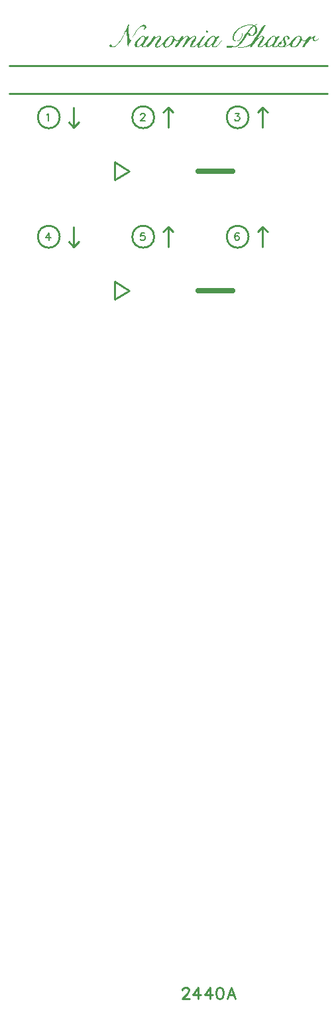
<source format=gto>
G04 Layer: TopSilkscreenLayer*
G04 EasyEDA v6.5.29, 2023-07-18 11:26:45*
G04 f5dd1875718348fc98e1e87d03b919b8,5a6b42c53f6a479593ecc07194224c93,10*
G04 Gerber Generator version 0.2*
G04 Scale: 100 percent, Rotated: No, Reflected: No *
G04 Dimensions in millimeters *
G04 leading zeros omitted , absolute positions ,4 integer and 5 decimal *
%FSLAX45Y45*%
%MOMM*%

%ADD10C,0.2540*%
%ADD11C,0.2032*%
%ADD12C,0.6450*%

%LPD*%
G36*
X3172206Y12706502D02*
G01*
X3165449Y12706146D01*
X3156000Y12703911D01*
X3138322Y12697409D01*
X3132023Y12696240D01*
X3126079Y12696494D01*
X3115818Y12699542D01*
X3111144Y12700660D01*
X3106013Y12701524D01*
X3100425Y12702184D01*
X3088233Y12702692D01*
X3074873Y12702286D01*
X3060598Y12701016D01*
X3045764Y12698831D01*
X3030677Y12695885D01*
X3015538Y12692126D01*
X3000806Y12687604D01*
X2986633Y12682372D01*
X2973120Y12676428D01*
X2960116Y12669926D01*
X2947720Y12662814D01*
X2935884Y12655194D01*
X2924708Y12647168D01*
X2914192Y12638735D01*
X2904439Y12629946D01*
X2895447Y12620904D01*
X2891231Y12616332D01*
X2883458Y12606934D01*
X2876550Y12597434D01*
X2870555Y12587884D01*
X2865526Y12578283D01*
X2861462Y12568682D01*
X2858465Y12559182D01*
X2857347Y12554508D01*
X2855976Y12545263D01*
X2855671Y12540691D01*
X2855722Y12536220D01*
X2856026Y12531801D01*
X2856636Y12527483D01*
X2857550Y12523216D01*
X2858770Y12519050D01*
X2860294Y12514986D01*
X2862122Y12511074D01*
X2864866Y12506452D01*
X2868015Y12502337D01*
X2871520Y12498781D01*
X2875381Y12495682D01*
X2879547Y12493142D01*
X2883966Y12491059D01*
X2888640Y12489434D01*
X2893466Y12488316D01*
X2898495Y12487706D01*
X2903677Y12487503D01*
X2908909Y12487808D01*
X2914243Y12488570D01*
X2919577Y12489738D01*
X2924962Y12491415D01*
X2930245Y12493447D01*
X2935478Y12495987D01*
X2940558Y12498882D01*
X2945536Y12502235D01*
X2950362Y12505994D01*
X2954934Y12510160D01*
X2959252Y12514732D01*
X2963316Y12519660D01*
X2967075Y12525044D01*
X2970428Y12530734D01*
X2973730Y12537338D01*
X2976727Y12544298D01*
X2979369Y12551460D01*
X2981655Y12558623D01*
X2983534Y12565634D01*
X2984957Y12572238D01*
X2985871Y12578232D01*
X2986328Y12583414D01*
X2986176Y12587681D01*
X2985465Y12590678D01*
X2984144Y12592354D01*
X2982112Y12592405D01*
X2979470Y12590018D01*
X2977083Y12584887D01*
X2975152Y12577419D01*
X2973019Y12562433D01*
X2971901Y12556845D01*
X2970428Y12551410D01*
X2968599Y12546126D01*
X2966466Y12540996D01*
X2964027Y12536068D01*
X2961284Y12531293D01*
X2958287Y12526721D01*
X2954985Y12522403D01*
X2951429Y12518339D01*
X2947619Y12514529D01*
X2943555Y12511024D01*
X2939288Y12507772D01*
X2934817Y12504877D01*
X2930093Y12502286D01*
X2925216Y12500051D01*
X2914294Y12495885D01*
X2906522Y12494209D01*
X2899968Y12494869D01*
X2892653Y12497816D01*
X2888437Y12500203D01*
X2884678Y12503099D01*
X2881477Y12506502D01*
X2878734Y12510312D01*
X2876550Y12514630D01*
X2874822Y12519355D01*
X2873654Y12524536D01*
X2872943Y12530175D01*
X2872790Y12536170D01*
X2873197Y12542570D01*
X2874060Y12549327D01*
X2875483Y12556490D01*
X2878226Y12566243D01*
X2881731Y12575794D01*
X2885998Y12585090D01*
X2891078Y12594132D01*
X2896870Y12602972D01*
X2903474Y12611506D01*
X2910738Y12619736D01*
X2918764Y12627711D01*
X2927502Y12635331D01*
X2936951Y12642646D01*
X2947060Y12649657D01*
X2957830Y12656312D01*
X2969260Y12662611D01*
X2981350Y12668504D01*
X2994050Y12674041D01*
X3007360Y12679222D01*
X3019602Y12683083D01*
X3033115Y12686487D01*
X3047288Y12689332D01*
X3061512Y12691465D01*
X3075228Y12692888D01*
X3081680Y12693345D01*
X3093466Y12693497D01*
X3098596Y12693243D01*
X3103168Y12692735D01*
X3107029Y12691973D01*
X3118815Y12689027D01*
X3098952Y12674600D01*
X3093161Y12669977D01*
X3087319Y12664897D01*
X3081375Y12659258D01*
X3075279Y12652959D01*
X3068929Y12645898D01*
X3062274Y12638024D01*
X3047746Y12619431D01*
X3030982Y12596368D01*
X3011525Y12568123D01*
X2990443Y12536576D01*
X2972765Y12510871D01*
X2955544Y12486894D01*
X2939999Y12466269D01*
X2927400Y12450673D01*
X2922574Y12445339D01*
X2913481Y12436551D01*
X2907792Y12431471D01*
X2903067Y12427813D01*
X2898851Y12425426D01*
X2894736Y12424156D01*
X2890215Y12423749D01*
X2884932Y12424003D01*
X2845003Y12428067D01*
X2820619Y12429998D01*
X2800350Y12431217D01*
X2793593Y12431318D01*
X2788615Y12430963D01*
X2785110Y12430201D01*
X2782722Y12428931D01*
X2781096Y12427102D01*
X2779979Y12424714D01*
X2778912Y12421057D01*
X2778709Y12417806D01*
X2779471Y12415012D01*
X2781249Y12412675D01*
X2783941Y12410694D01*
X2787700Y12409170D01*
X2792577Y12408001D01*
X2798521Y12407188D01*
X2805582Y12406782D01*
X2813862Y12406680D01*
X2834132Y12407595D01*
X2867914Y12409678D01*
X2880360Y12410186D01*
X2891332Y12410389D01*
X2901696Y12410186D01*
X2912567Y12409678D01*
X2939846Y12407544D01*
X2953969Y12406731D01*
X2968040Y12406680D01*
X2981909Y12407442D01*
X2995472Y12408865D01*
X3008782Y12411049D01*
X3021584Y12413894D01*
X3033928Y12417399D01*
X3045663Y12421565D01*
X3056737Y12426340D01*
X3066999Y12431725D01*
X3076448Y12437719D01*
X3087928Y12446660D01*
X3089859Y12447828D01*
X3090672Y12447727D01*
X3090418Y12446304D01*
X3088995Y12443460D01*
X3082645Y12433503D01*
X3069386Y12414250D01*
X3084169Y12414250D01*
X3088792Y12414453D01*
X3092754Y12415113D01*
X3096361Y12416586D01*
X3099968Y12419126D01*
X3103778Y12422936D01*
X3108147Y12428321D01*
X3113430Y12435484D01*
X3124403Y12451334D01*
X3133750Y12464135D01*
X3143300Y12476429D01*
X3152952Y12488062D01*
X3162604Y12498933D01*
X3172104Y12508941D01*
X3181400Y12518085D01*
X3190341Y12526213D01*
X3198926Y12533223D01*
X3206953Y12539014D01*
X3214370Y12543536D01*
X3221075Y12546685D01*
X3224123Y12547701D01*
X3226968Y12548362D01*
X3229559Y12548616D01*
X3231946Y12548514D01*
X3234029Y12547955D01*
X3237433Y12545974D01*
X3239363Y12543231D01*
X3239871Y12539573D01*
X3238804Y12534950D01*
X3236264Y12529210D01*
X3232099Y12522250D01*
X3226358Y12514021D01*
X3212134Y12495631D01*
X3200501Y12480086D01*
X3191662Y12467031D01*
X3185312Y12456058D01*
X3183026Y12451232D01*
X3181299Y12446762D01*
X3180080Y12442698D01*
X3179419Y12438888D01*
X3179165Y12435332D01*
X3179572Y12429794D01*
X3180689Y12424968D01*
X3182518Y12420854D01*
X3185058Y12417399D01*
X3188157Y12414656D01*
X3191865Y12412624D01*
X3196082Y12411303D01*
X3200806Y12410643D01*
X3205937Y12410694D01*
X3211474Y12411506D01*
X3217367Y12412980D01*
X3223564Y12415164D01*
X3229965Y12418110D01*
X3236620Y12421717D01*
X3243427Y12426086D01*
X3250387Y12431166D01*
X3273044Y12448844D01*
X3276295Y12433909D01*
X3303371Y12433909D01*
X3303422Y12439700D01*
X3304235Y12446711D01*
X3305708Y12454585D01*
X3307740Y12462916D01*
X3310229Y12471247D01*
X3313125Y12479223D01*
X3316325Y12486436D01*
X3319170Y12491669D01*
X3322624Y12497155D01*
X3326485Y12502743D01*
X3330701Y12508331D01*
X3335223Y12513818D01*
X3344824Y12524232D01*
X3349701Y12528956D01*
X3359200Y12536932D01*
X3363671Y12539980D01*
X3367836Y12542316D01*
X3377641Y12546990D01*
X3383991Y12549073D01*
X3389020Y12548920D01*
X3394964Y12546990D01*
X3397758Y12544907D01*
X3399840Y12541250D01*
X3401161Y12536271D01*
X3401771Y12530378D01*
X3401618Y12523774D01*
X3400755Y12516764D01*
X3399078Y12509703D01*
X3396640Y12502896D01*
X3393846Y12496850D01*
X3390646Y12490805D01*
X3387090Y12484811D01*
X3383229Y12478918D01*
X3379114Y12473178D01*
X3370224Y12462103D01*
X3360724Y12451943D01*
X3355898Y12447270D01*
X3346145Y12438938D01*
X3341319Y12435281D01*
X3336645Y12432080D01*
X3332073Y12429286D01*
X3327704Y12427000D01*
X3323539Y12425222D01*
X3319627Y12424003D01*
X3316071Y12423343D01*
X3312820Y12423292D01*
X3309975Y12423851D01*
X3307537Y12425121D01*
X3305556Y12427102D01*
X3304133Y12429794D01*
X3303371Y12433909D01*
X3276295Y12433909D01*
X3277260Y12430404D01*
X3279292Y12424918D01*
X3281629Y12420041D01*
X3283915Y12416485D01*
X3286353Y12414097D01*
X3289300Y12412319D01*
X3292652Y12410998D01*
X3296412Y12410236D01*
X3300526Y12409982D01*
X3304946Y12410236D01*
X3309620Y12410948D01*
X3314547Y12412116D01*
X3319678Y12413792D01*
X3324910Y12415875D01*
X3330244Y12418364D01*
X3335629Y12421311D01*
X3341014Y12424664D01*
X3346399Y12428423D01*
X3351682Y12432538D01*
X3366363Y12445847D01*
X3363925Y12436449D01*
X3363468Y12431877D01*
X3364331Y12427153D01*
X3366414Y12422479D01*
X3369665Y12418060D01*
X3372612Y12415367D01*
X3376117Y12413335D01*
X3380079Y12411862D01*
X3384448Y12411049D01*
X3389122Y12410795D01*
X3394100Y12411100D01*
X3399231Y12412014D01*
X3404565Y12413488D01*
X3409899Y12415520D01*
X3415334Y12418060D01*
X3420668Y12421209D01*
X3434283Y12431014D01*
X3439312Y12433452D01*
X3442411Y12432385D01*
X3447440Y12424562D01*
X3450234Y12421463D01*
X3453536Y12418771D01*
X3457346Y12416434D01*
X3461562Y12414504D01*
X3466236Y12412878D01*
X3471214Y12411659D01*
X3476548Y12410795D01*
X3482187Y12410287D01*
X3488029Y12410135D01*
X3494125Y12410338D01*
X3500374Y12410897D01*
X3506774Y12411760D01*
X3513277Y12412980D01*
X3519881Y12414504D01*
X3526485Y12416383D01*
X3533038Y12418568D01*
X3539591Y12421108D01*
X3546043Y12423952D01*
X3552393Y12427051D01*
X3558590Y12430506D01*
X3564534Y12434265D01*
X3570274Y12438278D01*
X3575761Y12442647D01*
X3589223Y12453975D01*
X3593661Y12437414D01*
X3616502Y12437414D01*
X3616706Y12441326D01*
X3617366Y12445593D01*
X3618382Y12450165D01*
X3619804Y12455042D01*
X3623767Y12465405D01*
X3628948Y12476378D01*
X3635248Y12487605D01*
X3642410Y12498781D01*
X3650335Y12509601D01*
X3658819Y12519710D01*
X3667658Y12528804D01*
X3672179Y12532868D01*
X3676700Y12536525D01*
X3681222Y12539827D01*
X3691128Y12545923D01*
X3698544Y12548920D01*
X3704539Y12548920D01*
X3710228Y12546279D01*
X3713022Y12543942D01*
X3715156Y12541097D01*
X3716578Y12537643D01*
X3717290Y12533579D01*
X3717290Y12528753D01*
X3716629Y12523114D01*
X3715308Y12516612D01*
X3713276Y12509093D01*
X3711194Y12502540D01*
X3708857Y12496139D01*
X3703370Y12483693D01*
X3697020Y12471908D01*
X3689959Y12460935D01*
X3682339Y12450927D01*
X3678428Y12446304D01*
X3670350Y12437973D01*
X3666286Y12434316D01*
X3662222Y12431014D01*
X3658158Y12428067D01*
X3654145Y12425527D01*
X3650183Y12423343D01*
X3646271Y12421616D01*
X3642512Y12420346D01*
X3638854Y12419533D01*
X3635349Y12419177D01*
X3632047Y12419330D01*
X3628898Y12419990D01*
X3626002Y12421158D01*
X3623310Y12422936D01*
X3620871Y12425222D01*
X3618687Y12428169D01*
X3617468Y12430760D01*
X3616756Y12433858D01*
X3616502Y12437414D01*
X3593661Y12437414D01*
X3596436Y12429185D01*
X3599738Y12422632D01*
X3603396Y12417450D01*
X3607003Y12414351D01*
X3610660Y12412675D01*
X3614775Y12411456D01*
X3619296Y12410592D01*
X3624122Y12410135D01*
X3629202Y12410084D01*
X3634486Y12410338D01*
X3639921Y12410998D01*
X3645458Y12412065D01*
X3651046Y12413437D01*
X3656584Y12415164D01*
X3662019Y12417247D01*
X3667302Y12419685D01*
X3671671Y12422124D01*
X3676294Y12425121D01*
X3686200Y12432639D01*
X3696411Y12441732D01*
X3706469Y12451842D01*
X3715867Y12462306D01*
X3723995Y12472720D01*
X3727450Y12477648D01*
X3730345Y12482372D01*
X3732733Y12486792D01*
X3734409Y12490754D01*
X3739337Y12504318D01*
X3755542Y12496241D01*
X3764026Y12492532D01*
X3770884Y12490805D01*
X3777132Y12490907D01*
X3783634Y12492736D01*
X3789172Y12494615D01*
X3792270Y12495123D01*
X3793185Y12494158D01*
X3792169Y12491770D01*
X3742740Y12414250D01*
X3760114Y12414250D01*
X3766820Y12414605D01*
X3772357Y12415621D01*
X3776116Y12417044D01*
X3777487Y12418822D01*
X3777843Y12421057D01*
X3778859Y12423902D01*
X3780485Y12427356D01*
X3785463Y12435738D01*
X3792270Y12445746D01*
X3800601Y12456820D01*
X3810050Y12468606D01*
X3820160Y12480493D01*
X3830523Y12492177D01*
X3840835Y12503048D01*
X3850589Y12512700D01*
X3859479Y12520625D01*
X3866997Y12526416D01*
X3870147Y12528346D01*
X3874160Y12530023D01*
X3876497Y12529515D01*
X3877665Y12526416D01*
X3878224Y12514783D01*
X3878884Y12510160D01*
X3880104Y12506198D01*
X3881932Y12502845D01*
X3884422Y12500000D01*
X3887774Y12497460D01*
X3891991Y12495174D01*
X3897122Y12493040D01*
X3904183Y12491008D01*
X3910837Y12490907D01*
X3918458Y12492990D01*
X3928364Y12497358D01*
X3935323Y12500965D01*
X3941470Y12504572D01*
X3946651Y12508128D01*
X3950766Y12511532D01*
X3953814Y12514681D01*
X3955592Y12517526D01*
X3956100Y12519964D01*
X3955135Y12521895D01*
X3953052Y12521996D01*
X3949293Y12520371D01*
X3944416Y12517323D01*
X3932631Y12508534D01*
X3926027Y12505080D01*
X3919524Y12502794D01*
X3913327Y12501626D01*
X3907891Y12501676D01*
X3903522Y12502896D01*
X3900525Y12505436D01*
X3899255Y12509246D01*
X3899154Y12519355D01*
X3900373Y12528194D01*
X3902862Y12535966D01*
X3906723Y12542875D01*
X3909669Y12547396D01*
X3911650Y12551156D01*
X3912666Y12554153D01*
X3912768Y12556490D01*
X3912057Y12558064D01*
X3910584Y12558928D01*
X3908348Y12559080D01*
X3905351Y12558623D01*
X3901744Y12557404D01*
X3897477Y12555575D01*
X3892702Y12553086D01*
X3887368Y12549987D01*
X3881526Y12546228D01*
X3875278Y12541859D01*
X3861612Y12531344D01*
X3828542Y12504318D01*
X3860596Y12551816D01*
X3846677Y12553238D01*
X3840429Y12553442D01*
X3835349Y12552629D01*
X3831539Y12550800D01*
X3829050Y12548006D01*
X3825189Y12541453D01*
X3821277Y12535408D01*
X3817264Y12529769D01*
X3813149Y12524638D01*
X3809034Y12519964D01*
X3804869Y12515748D01*
X3800652Y12512040D01*
X3796487Y12508788D01*
X3792321Y12505994D01*
X3788206Y12503708D01*
X3784092Y12501930D01*
X3780078Y12500660D01*
X3776167Y12499898D01*
X3772306Y12499594D01*
X3768598Y12499848D01*
X3765042Y12500559D01*
X3761638Y12501829D01*
X3758387Y12503658D01*
X3755339Y12505994D01*
X3752443Y12508839D01*
X3749801Y12512243D01*
X3747414Y12516154D01*
X3745280Y12520625D01*
X3740404Y12534087D01*
X3737305Y12540792D01*
X3733850Y12546076D01*
X3729888Y12549936D01*
X3725214Y12552680D01*
X3719525Y12554458D01*
X3712667Y12555372D01*
X3704386Y12555575D01*
X3699001Y12555372D01*
X3693617Y12554813D01*
X3688232Y12553848D01*
X3682847Y12552527D01*
X3677513Y12550800D01*
X3672230Y12548717D01*
X3666947Y12546279D01*
X3661664Y12543485D01*
X3656431Y12540284D01*
X3651250Y12536728D01*
X3646068Y12532817D01*
X3640937Y12528550D01*
X3635857Y12523927D01*
X3630828Y12518948D01*
X3620820Y12507874D01*
X3611016Y12495377D01*
X3597859Y12476429D01*
X3593693Y12471247D01*
X3588969Y12466066D01*
X3583838Y12460884D01*
X3578250Y12455753D01*
X3572357Y12450775D01*
X3559810Y12441529D01*
X3545636Y12432334D01*
X3535527Y12426442D01*
X3531971Y12424765D01*
X3529329Y12423902D01*
X3527653Y12423851D01*
X3526891Y12424613D01*
X3527044Y12426188D01*
X3528060Y12428524D01*
X3529888Y12431725D01*
X3536340Y12441529D01*
X3538982Y12447320D01*
X3540607Y12453264D01*
X3541166Y12459411D01*
X3540658Y12466116D01*
X3539134Y12473381D01*
X3536543Y12481560D01*
X3530092Y12497714D01*
X3527806Y12504420D01*
X3526078Y12510668D01*
X3524859Y12516510D01*
X3524250Y12521895D01*
X3524148Y12526873D01*
X3524554Y12531344D01*
X3525570Y12535306D01*
X3527094Y12538811D01*
X3529177Y12541758D01*
X3531768Y12544145D01*
X3534968Y12546025D01*
X3540506Y12547904D01*
X3545484Y12548362D01*
X3549802Y12547447D01*
X3553307Y12545212D01*
X3555949Y12541808D01*
X3557574Y12537236D01*
X3558235Y12531648D01*
X3556609Y12514783D01*
X3558032Y12509449D01*
X3562400Y12508484D01*
X3570376Y12511278D01*
X3575304Y12514173D01*
X3579012Y12517678D01*
X3581603Y12521692D01*
X3583076Y12526060D01*
X3583482Y12530632D01*
X3582873Y12535204D01*
X3581247Y12539726D01*
X3578656Y12543942D01*
X3575151Y12547803D01*
X3570732Y12551105D01*
X3565448Y12553696D01*
X3559403Y12555474D01*
X3552291Y12556540D01*
X3545433Y12556794D01*
X3538778Y12556337D01*
X3532428Y12555220D01*
X3526434Y12553391D01*
X3520897Y12550902D01*
X3515766Y12547854D01*
X3511245Y12544196D01*
X3507282Y12539980D01*
X3503980Y12535306D01*
X3501390Y12530074D01*
X3497224Y12517678D01*
X3493465Y12510363D01*
X3488740Y12502946D01*
X3483356Y12495834D01*
X3477717Y12489484D01*
X3472179Y12484404D01*
X3467150Y12481001D01*
X3462985Y12479782D01*
X3459175Y12478918D01*
X3454958Y12476530D01*
X3450590Y12473025D01*
X3446424Y12468656D01*
X3442614Y12463780D01*
X3439617Y12458700D01*
X3437534Y12453823D01*
X3436823Y12449403D01*
X3435807Y12445644D01*
X3433064Y12441377D01*
X3431388Y12439599D01*
X3452368Y12439599D01*
X3452825Y12446762D01*
X3456025Y12451384D01*
X3461410Y12451740D01*
X3468979Y12450572D01*
X3475075Y12453061D01*
X3479037Y12458750D01*
X3480511Y12467285D01*
X3481273Y12473330D01*
X3483356Y12480239D01*
X3486505Y12487198D01*
X3490315Y12493396D01*
X3500120Y12506655D01*
X3506165Y12492126D01*
X3508654Y12485116D01*
X3511042Y12476734D01*
X3512972Y12468047D01*
X3514242Y12460122D01*
X3514750Y12451130D01*
X3513836Y12443815D01*
X3511245Y12437262D01*
X3506825Y12430607D01*
X3503269Y12426899D01*
X3499205Y12423851D01*
X3494786Y12421514D01*
X3490061Y12419888D01*
X3485134Y12418974D01*
X3480155Y12418720D01*
X3475177Y12419177D01*
X3470452Y12420346D01*
X3465931Y12422174D01*
X3461816Y12424714D01*
X3458210Y12427915D01*
X3455212Y12431826D01*
X3452368Y12439599D01*
X3431388Y12439599D01*
X3428898Y12436957D01*
X3423615Y12432588D01*
X3417468Y12428474D01*
X3410915Y12424867D01*
X3404158Y12422022D01*
X3397554Y12420142D01*
X3391001Y12419177D01*
X3386988Y12419584D01*
X3384956Y12421565D01*
X3384397Y12425375D01*
X3384651Y12427610D01*
X3385362Y12430455D01*
X3388207Y12437821D01*
X3392728Y12447270D01*
X3398774Y12458496D01*
X3406190Y12471146D01*
X3414877Y12485065D01*
X3424580Y12499898D01*
X3444290Y12528550D01*
X3451758Y12539726D01*
X3456787Y12547752D01*
X3458667Y12551410D01*
X3457448Y12552426D01*
X3454247Y12553238D01*
X3449472Y12553797D01*
X3443681Y12554000D01*
X3436365Y12553543D01*
X3431286Y12552019D01*
X3427882Y12549225D01*
X3425799Y12544907D01*
X3423970Y12539776D01*
X3422040Y12538049D01*
X3418941Y12539573D01*
X3408426Y12548616D01*
X3403346Y12551918D01*
X3398164Y12554356D01*
X3392779Y12555931D01*
X3387140Y12556642D01*
X3381044Y12556591D01*
X3374491Y12555728D01*
X3367379Y12554102D01*
X3363214Y12552730D01*
X3358642Y12550648D01*
X3353765Y12548006D01*
X3348583Y12544806D01*
X3337763Y12537084D01*
X3332226Y12532664D01*
X3321202Y12522911D01*
X3310686Y12512446D01*
X3301187Y12501626D01*
X3296970Y12496241D01*
X3293262Y12490958D01*
X3286353Y12480036D01*
X3282289Y12474244D01*
X3277920Y12468555D01*
X3273196Y12463018D01*
X3268217Y12457582D01*
X3257753Y12447422D01*
X3252368Y12442748D01*
X3246932Y12438380D01*
X3241497Y12434366D01*
X3236163Y12430760D01*
X3230930Y12427559D01*
X3225901Y12424867D01*
X3221126Y12422632D01*
X3216605Y12420955D01*
X3212388Y12419888D01*
X3208629Y12419380D01*
X3205276Y12419584D01*
X3202432Y12420447D01*
X3200146Y12422073D01*
X3198977Y12423495D01*
X3198215Y12425019D01*
X3197961Y12426848D01*
X3198266Y12429032D01*
X3199130Y12431674D01*
X3202940Y12438888D01*
X3209899Y12449352D01*
X3220415Y12464034D01*
X3234182Y12482728D01*
X3245358Y12498628D01*
X3249676Y12505232D01*
X3253130Y12511024D01*
X3255873Y12516154D01*
X3257905Y12520726D01*
X3259277Y12524892D01*
X3260090Y12528651D01*
X3260344Y12532207D01*
X3260140Y12535611D01*
X3259480Y12539014D01*
X3257905Y12543536D01*
X3255619Y12547396D01*
X3252774Y12550546D01*
X3249320Y12552984D01*
X3245307Y12554813D01*
X3240836Y12555880D01*
X3235960Y12556337D01*
X3230727Y12556134D01*
X3225139Y12555270D01*
X3219246Y12553696D01*
X3213150Y12551562D01*
X3206902Y12548717D01*
X3200501Y12545263D01*
X3194050Y12541148D01*
X3187547Y12536424D01*
X3173984Y12525146D01*
X3171240Y12523419D01*
X3170580Y12523368D01*
X3170326Y12523876D01*
X3170580Y12524994D01*
X3172612Y12529261D01*
X3176930Y12536474D01*
X3192830Y12561011D01*
X3243021Y12635636D01*
X3274872Y12683896D01*
X3279597Y12691719D01*
X3278479Y12692481D01*
X3275431Y12693142D01*
X3270910Y12693548D01*
X3265424Y12693700D01*
X3261055Y12693548D01*
X3257296Y12692837D01*
X3253943Y12691465D01*
X3250692Y12689128D01*
X3247288Y12685725D01*
X3243529Y12680899D01*
X3239109Y12674549D01*
X3185109Y12591186D01*
X3162909Y12557252D01*
X3138322Y12520168D01*
X3128772Y12506198D01*
X3120542Y12494717D01*
X3113278Y12485268D01*
X3106724Y12477445D01*
X3100425Y12470841D01*
X3094177Y12464999D01*
X3087522Y12459512D01*
X3073857Y12449505D01*
X3060090Y12440767D01*
X3046222Y12432995D01*
X3039719Y12429744D01*
X3033877Y12427102D01*
X3028797Y12425172D01*
X3017774Y12422225D01*
X3003905Y12419634D01*
X2988157Y12417501D01*
X2971698Y12415824D01*
X2955493Y12414758D01*
X2940659Y12414402D01*
X2928213Y12414808D01*
X2923184Y12415316D01*
X2919222Y12416078D01*
X2907334Y12419025D01*
X2930042Y12433604D01*
X2937256Y12438684D01*
X2944368Y12444171D01*
X2951429Y12450114D01*
X2958439Y12456515D01*
X2965450Y12463526D01*
X2972511Y12471095D01*
X2979674Y12479274D01*
X2986887Y12488113D01*
X2994304Y12497714D01*
X3001873Y12508026D01*
X3009646Y12519152D01*
X3026003Y12543993D01*
X3043631Y12572492D01*
X3052622Y12587427D01*
X3061360Y12601397D01*
X3070047Y12614605D01*
X3078632Y12627000D01*
X3086963Y12638430D01*
X3094939Y12648641D01*
X3102457Y12657632D01*
X3109417Y12665202D01*
X3115665Y12671196D01*
X3121152Y12675463D01*
X3123539Y12676936D01*
X3128518Y12679019D01*
X3132480Y12679070D01*
X3136239Y12676835D01*
X3140659Y12672009D01*
X3143148Y12668300D01*
X3145078Y12664084D01*
X3146450Y12659410D01*
X3147364Y12654330D01*
X3147720Y12648946D01*
X3147618Y12643307D01*
X3147110Y12637465D01*
X3146145Y12631420D01*
X3144824Y12625324D01*
X3143148Y12619177D01*
X3141065Y12613081D01*
X3138728Y12607036D01*
X3136036Y12601143D01*
X3133140Y12595453D01*
X3129940Y12590018D01*
X3126587Y12584938D01*
X3122980Y12580213D01*
X3119221Y12575946D01*
X3115310Y12572136D01*
X3111296Y12568936D01*
X3107232Y12566294D01*
X3103016Y12564364D01*
X3098800Y12563144D01*
X3094583Y12562738D01*
X3088589Y12563195D01*
X3085084Y12565075D01*
X3083458Y12569088D01*
X3082645Y12581178D01*
X3081375Y12585446D01*
X3079496Y12588798D01*
X3076956Y12591135D01*
X3074009Y12592405D01*
X3070656Y12592507D01*
X3067100Y12591338D01*
X3063341Y12588900D01*
X3060242Y12585649D01*
X3058210Y12582093D01*
X3057245Y12578334D01*
X3057296Y12574473D01*
X3058464Y12570612D01*
X3060598Y12566853D01*
X3063748Y12563297D01*
X3067913Y12560096D01*
X3072231Y12557709D01*
X3077006Y12556032D01*
X3082188Y12555016D01*
X3087674Y12554610D01*
X3093466Y12554762D01*
X3099409Y12555575D01*
X3105556Y12556896D01*
X3111804Y12558776D01*
X3118053Y12561163D01*
X3124301Y12564110D01*
X3130448Y12567462D01*
X3136493Y12571323D01*
X3142284Y12575641D01*
X3147872Y12580366D01*
X3153156Y12585496D01*
X3158032Y12591034D01*
X3161538Y12595809D01*
X3164586Y12600940D01*
X3167075Y12606375D01*
X3169107Y12612065D01*
X3170580Y12617907D01*
X3171596Y12623901D01*
X3172104Y12629997D01*
X3172155Y12636093D01*
X3171698Y12642189D01*
X3170732Y12648133D01*
X3169259Y12654026D01*
X3167329Y12659664D01*
X3164941Y12665049D01*
X3162046Y12670129D01*
X3158642Y12674854D01*
X3154781Y12679172D01*
X3144164Y12689840D01*
X3159455Y12696190D01*
X3165398Y12698882D01*
X3170275Y12701371D01*
X3173577Y12703403D01*
X3174796Y12704724D01*
G37*
G36*
X1530908Y12702489D02*
G01*
X1528267Y12702082D01*
X1525473Y12700863D01*
X1522780Y12699136D01*
X1520647Y12697053D01*
X1518666Y12694056D01*
X1516583Y12689992D01*
X1514602Y12685318D01*
X1509522Y12671196D01*
X1501698Y12652959D01*
X1490980Y12629997D01*
X1478432Y12604394D01*
X1464970Y12578029D01*
X1451610Y12552934D01*
X1439316Y12531039D01*
X1431442Y12518034D01*
X1421536Y12502438D01*
X1411782Y12488214D01*
X1402283Y12475413D01*
X1392936Y12463932D01*
X1383792Y12453874D01*
X1374902Y12445187D01*
X1366164Y12437821D01*
X1357630Y12431877D01*
X1349298Y12427305D01*
X1345184Y12425527D01*
X1341120Y12424105D01*
X1337157Y12422987D01*
X1333195Y12422225D01*
X1329283Y12421819D01*
X1320342Y12421616D01*
X1315212Y12422682D01*
X1312926Y12425680D01*
X1311706Y12436144D01*
X1310132Y12440361D01*
X1307795Y12443764D01*
X1304899Y12446254D01*
X1301546Y12447778D01*
X1297940Y12448184D01*
X1294231Y12447320D01*
X1290675Y12445136D01*
X1287170Y12441529D01*
X1284986Y12437719D01*
X1284071Y12433808D01*
X1284224Y12429896D01*
X1285494Y12426035D01*
X1287729Y12422327D01*
X1290878Y12418974D01*
X1294892Y12415977D01*
X1299616Y12413437D01*
X1305052Y12411557D01*
X1311046Y12410338D01*
X1317599Y12409881D01*
X1324914Y12410287D01*
X1332280Y12411557D01*
X1339646Y12413640D01*
X1347114Y12416586D01*
X1354582Y12420346D01*
X1362151Y12424968D01*
X1369720Y12430455D01*
X1377391Y12436805D01*
X1385112Y12443968D01*
X1392885Y12452045D01*
X1400759Y12460935D01*
X1408684Y12470688D01*
X1416659Y12481306D01*
X1424736Y12492837D01*
X1432864Y12505182D01*
X1441043Y12518440D01*
X1449374Y12532563D01*
X1457706Y12547549D01*
X1466189Y12563449D01*
X1502003Y12634823D01*
X1502156Y12602260D01*
X1502918Y12589154D01*
X1504238Y12575590D01*
X1505966Y12563144D01*
X1507591Y12554102D01*
X1509014Y12543739D01*
X1510436Y12530277D01*
X1513078Y12497460D01*
X1514144Y12479782D01*
X1517396Y12407696D01*
X1538224Y12452299D01*
X1553870Y12484912D01*
X1571650Y12520472D01*
X1584706Y12545212D01*
X1596898Y12567056D01*
X1608429Y12586360D01*
X1619554Y12603378D01*
X1630476Y12618618D01*
X1641348Y12632283D01*
X1652422Y12644831D01*
X1658264Y12650927D01*
X1663954Y12656464D01*
X1669440Y12661341D01*
X1674774Y12665659D01*
X1679956Y12669418D01*
X1684985Y12672568D01*
X1689862Y12675209D01*
X1694637Y12677241D01*
X1699260Y12678714D01*
X1703832Y12679629D01*
X1708302Y12679984D01*
X1712722Y12679832D01*
X1720088Y12678664D01*
X1724660Y12676479D01*
X1727149Y12672517D01*
X1728419Y12666167D01*
X1728419Y12660579D01*
X1727352Y12654381D01*
X1725472Y12648336D01*
X1722882Y12643256D01*
X1720189Y12638735D01*
X1718970Y12635534D01*
X1719072Y12633604D01*
X1720443Y12633045D01*
X1723034Y12633756D01*
X1726793Y12635788D01*
X1731568Y12639090D01*
X1737360Y12643713D01*
X1742897Y12648742D01*
X1747266Y12653568D01*
X1750517Y12658242D01*
X1752650Y12662865D01*
X1753717Y12667488D01*
X1753717Y12672060D01*
X1752701Y12676784D01*
X1750618Y12681559D01*
X1748028Y12686182D01*
X1745437Y12689840D01*
X1742693Y12692684D01*
X1739646Y12694869D01*
X1736140Y12696393D01*
X1731975Y12697358D01*
X1727047Y12697866D01*
X1721104Y12698069D01*
X1714500Y12697663D01*
X1707692Y12696342D01*
X1700784Y12694158D01*
X1693722Y12691110D01*
X1686509Y12687147D01*
X1679244Y12682321D01*
X1671777Y12676632D01*
X1664258Y12670129D01*
X1656588Y12662712D01*
X1648815Y12654483D01*
X1640941Y12645339D01*
X1632966Y12635382D01*
X1624888Y12624612D01*
X1616710Y12612979D01*
X1608429Y12600533D01*
X1600098Y12587224D01*
X1591665Y12573101D01*
X1583131Y12558166D01*
X1574546Y12542418D01*
X1541424Y12478004D01*
X1541322Y12506706D01*
X1540865Y12516002D01*
X1538732Y12539268D01*
X1537208Y12551968D01*
X1533347Y12577978D01*
X1531315Y12593066D01*
X1529740Y12607950D01*
X1528572Y12622479D01*
X1527860Y12636347D01*
X1527606Y12649301D01*
X1527810Y12661138D01*
X1528419Y12671653D01*
X1529537Y12680594D01*
X1531061Y12687706D01*
X1534109Y12696393D01*
X1534668Y12700050D01*
X1533601Y12701930D01*
G37*
G36*
X2524302Y12628067D02*
G01*
X2518410Y12625527D01*
X2515616Y12619380D01*
X2515514Y12611252D01*
X2517749Y12603632D01*
X2521915Y12599212D01*
X2528976Y12598958D01*
X2535326Y12602667D01*
X2539695Y12609068D01*
X2540660Y12616942D01*
X2537510Y12622987D01*
X2531364Y12626949D01*
G37*
G36*
X1712518Y12557607D02*
G01*
X1705559Y12557150D01*
X1696466Y12555220D01*
X1692960Y12554153D01*
X1689100Y12552426D01*
X1684934Y12550190D01*
X1675739Y12544196D01*
X1665833Y12536576D01*
X1655724Y12527737D01*
X1645818Y12518034D01*
X1636572Y12507874D01*
X1628444Y12497663D01*
X1619859Y12484912D01*
X1615846Y12478156D01*
X1612696Y12472212D01*
X1610360Y12466777D01*
X1608683Y12461595D01*
X1607616Y12456312D01*
X1607058Y12450775D01*
X1606960Y12443358D01*
X1633118Y12443358D01*
X1633372Y12448184D01*
X1634185Y12453366D01*
X1635506Y12458750D01*
X1637283Y12464389D01*
X1639468Y12470180D01*
X1642059Y12476124D01*
X1645005Y12482118D01*
X1648256Y12488113D01*
X1655622Y12499949D01*
X1659686Y12505740D01*
X1668322Y12516662D01*
X1677517Y12526416D01*
X1682191Y12530785D01*
X1686864Y12534696D01*
X1691589Y12538151D01*
X1696212Y12541097D01*
X1700834Y12543434D01*
X1711502Y12547701D01*
X1718919Y12549073D01*
X1724355Y12547600D01*
X1729181Y12543129D01*
X1730806Y12540589D01*
X1731873Y12537592D01*
X1732483Y12534138D01*
X1732534Y12530328D01*
X1732178Y12526162D01*
X1731365Y12521641D01*
X1730146Y12516916D01*
X1728520Y12511938D01*
X1724202Y12501473D01*
X1721612Y12496038D01*
X1715465Y12485014D01*
X1708404Y12474041D01*
X1700631Y12463373D01*
X1692249Y12453366D01*
X1683562Y12444374D01*
X1679143Y12440310D01*
X1674723Y12436602D01*
X1670304Y12433300D01*
X1665935Y12430455D01*
X1661617Y12428067D01*
X1657400Y12426238D01*
X1653286Y12424918D01*
X1648002Y12423851D01*
X1643684Y12423648D01*
X1640179Y12424359D01*
X1637436Y12425984D01*
X1635455Y12428626D01*
X1634134Y12432385D01*
X1633372Y12437262D01*
X1633118Y12443358D01*
X1606960Y12443358D01*
X1607312Y12435230D01*
X1608582Y12427407D01*
X1610817Y12421209D01*
X1614017Y12416485D01*
X1618284Y12413183D01*
X1623720Y12411252D01*
X1630324Y12410592D01*
X1638198Y12411151D01*
X1641906Y12411913D01*
X1646123Y12413132D01*
X1655419Y12416739D01*
X1664868Y12421565D01*
X1669338Y12424257D01*
X1673402Y12427051D01*
X1691944Y12440716D01*
X1695094Y12428931D01*
X1696821Y12424054D01*
X1699107Y12419838D01*
X1701952Y12416332D01*
X1705305Y12413589D01*
X1709115Y12411557D01*
X1713331Y12410287D01*
X1717954Y12409779D01*
X1722932Y12409982D01*
X1728266Y12410998D01*
X1733854Y12412776D01*
X1739646Y12415316D01*
X1745691Y12418618D01*
X1755800Y12424562D01*
X1761185Y12426848D01*
X1762709Y12425527D01*
X1761337Y12420803D01*
X1760829Y12417704D01*
X1762201Y12415672D01*
X1765706Y12414605D01*
X1771599Y12414250D01*
X1775409Y12414504D01*
X1778863Y12415316D01*
X1782114Y12416891D01*
X1785467Y12419431D01*
X1789023Y12423140D01*
X1793036Y12428169D01*
X1812036Y12455601D01*
X1821230Y12467894D01*
X1830679Y12479731D01*
X1840382Y12491059D01*
X1850136Y12501676D01*
X1859838Y12511481D01*
X1869338Y12520422D01*
X1878533Y12528296D01*
X1887220Y12535103D01*
X1895398Y12540589D01*
X1902866Y12544755D01*
X1906320Y12546279D01*
X1909521Y12547396D01*
X1912467Y12548158D01*
X1915210Y12548463D01*
X1917649Y12548362D01*
X1919782Y12547803D01*
X1921916Y12546634D01*
X1923389Y12545009D01*
X1924151Y12542875D01*
X1924202Y12540234D01*
X1923542Y12536982D01*
X1922119Y12533071D01*
X1919986Y12528600D01*
X1917090Y12523368D01*
X1913382Y12517475D01*
X1903577Y12503353D01*
X1891080Y12486487D01*
X1880463Y12471400D01*
X1872589Y12458801D01*
X1869643Y12453264D01*
X1867306Y12448235D01*
X1865579Y12443663D01*
X1864512Y12439446D01*
X1864004Y12435586D01*
X1864055Y12431979D01*
X1864664Y12428677D01*
X1865884Y12425578D01*
X1867611Y12422682D01*
X1869846Y12419838D01*
X1872589Y12417094D01*
X1875789Y12414504D01*
X1879244Y12412472D01*
X1882800Y12410897D01*
X1886610Y12409881D01*
X1890572Y12409373D01*
X1894738Y12409373D01*
X1899056Y12409881D01*
X1903526Y12410897D01*
X1908251Y12412472D01*
X1913077Y12414504D01*
X1918157Y12417094D01*
X1923389Y12420193D01*
X1928774Y12423800D01*
X1934362Y12427915D01*
X1954733Y12445136D01*
X1961794Y12450368D01*
X1966518Y12452959D01*
X1968246Y12452451D01*
X1968246Y12446508D01*
X1968754Y12440970D01*
X1969429Y12437414D01*
X1991868Y12437414D01*
X1992071Y12441326D01*
X1992680Y12445593D01*
X1993747Y12450165D01*
X1995170Y12455042D01*
X1996948Y12460122D01*
X1999081Y12465405D01*
X2004314Y12476378D01*
X2010613Y12487605D01*
X2017775Y12498781D01*
X2025700Y12509601D01*
X2034184Y12519710D01*
X2043023Y12528804D01*
X2047544Y12532868D01*
X2052066Y12536525D01*
X2056587Y12539827D01*
X2066493Y12545923D01*
X2073910Y12548920D01*
X2079955Y12548920D01*
X2085797Y12546279D01*
X2088083Y12544348D01*
X2089912Y12541859D01*
X2091232Y12538811D01*
X2092045Y12535306D01*
X2092452Y12531394D01*
X2092452Y12527026D01*
X2092045Y12522352D01*
X2090013Y12512090D01*
X2086559Y12501016D01*
X2081834Y12489434D01*
X2079040Y12483541D01*
X2072639Y12471857D01*
X2069134Y12466167D01*
X2065375Y12460579D01*
X2057298Y12450013D01*
X2053031Y12445136D01*
X2048611Y12440564D01*
X2044090Y12436398D01*
X2039416Y12432588D01*
X2031949Y12427407D01*
X2024837Y12423546D01*
X2018233Y12420955D01*
X2012086Y12419736D01*
X2006549Y12419838D01*
X2001672Y12421260D01*
X1997456Y12424054D01*
X1994052Y12428169D01*
X1992833Y12430760D01*
X1992122Y12433858D01*
X1991868Y12437414D01*
X1969429Y12437414D01*
X1971141Y12431217D01*
X1973021Y12426950D01*
X1975307Y12423190D01*
X1977999Y12419787D01*
X1981047Y12416891D01*
X1984502Y12414453D01*
X1988312Y12412472D01*
X1992477Y12410948D01*
X1996948Y12409932D01*
X2001723Y12409373D01*
X2006803Y12409322D01*
X2012188Y12409728D01*
X2017826Y12410694D01*
X2023719Y12412167D01*
X2029815Y12414148D01*
X2036165Y12416637D01*
X2042668Y12419685D01*
X2047036Y12422124D01*
X2051659Y12425121D01*
X2056536Y12428677D01*
X2066696Y12437059D01*
X2076907Y12446711D01*
X2086660Y12457074D01*
X2095500Y12467590D01*
X2102815Y12477699D01*
X2105710Y12482423D01*
X2108098Y12486843D01*
X2109825Y12490856D01*
X2114702Y12504420D01*
X2130145Y12496546D01*
X2137156Y12493548D01*
X2144166Y12491618D01*
X2150618Y12490805D01*
X2156002Y12491313D01*
X2159000Y12491872D01*
X2160879Y12491618D01*
X2161489Y12490196D01*
X2160778Y12487402D01*
X2158644Y12482931D01*
X2154885Y12476429D01*
X2132736Y12441529D01*
X2119782Y12420295D01*
X2117902Y12416485D01*
X2119020Y12415621D01*
X2122068Y12414961D01*
X2126589Y12414605D01*
X2132076Y12414504D01*
X2136444Y12414758D01*
X2140254Y12415570D01*
X2143760Y12417145D01*
X2147163Y12419787D01*
X2150821Y12423698D01*
X2154986Y12429134D01*
X2159965Y12436348D01*
X2170074Y12451943D01*
X2178659Y12464389D01*
X2187600Y12476378D01*
X2196744Y12487757D01*
X2206040Y12498527D01*
X2215286Y12508534D01*
X2224481Y12517628D01*
X2233371Y12525806D01*
X2241956Y12532868D01*
X2250084Y12538760D01*
X2257653Y12543332D01*
X2261158Y12545161D01*
X2264511Y12546584D01*
X2267661Y12547600D01*
X2270556Y12548260D01*
X2273249Y12548565D01*
X2275687Y12548412D01*
X2277922Y12547803D01*
X2279548Y12546990D01*
X2280869Y12545923D01*
X2281732Y12544552D01*
X2282190Y12542824D01*
X2282139Y12540640D01*
X2281631Y12537998D01*
X2280615Y12534798D01*
X2279040Y12530988D01*
X2274163Y12521387D01*
X2266848Y12508687D01*
X2256840Y12492380D01*
X2234844Y12457836D01*
X2219706Y12433655D01*
X2210816Y12418923D01*
X2209596Y12416434D01*
X2210714Y12415570D01*
X2213762Y12414910D01*
X2218283Y12414453D01*
X2223820Y12414351D01*
X2228189Y12414554D01*
X2231898Y12415215D01*
X2235250Y12416637D01*
X2238400Y12419025D01*
X2241651Y12422581D01*
X2245309Y12427610D01*
X2261870Y12454483D01*
X2269845Y12465964D01*
X2278583Y12477292D01*
X2287778Y12488316D01*
X2297277Y12498933D01*
X2306980Y12508890D01*
X2316683Y12518136D01*
X2326182Y12526416D01*
X2335326Y12533579D01*
X2343962Y12539522D01*
X2351887Y12544094D01*
X2355545Y12545822D01*
X2358948Y12547092D01*
X2362098Y12547955D01*
X2364943Y12548362D01*
X2367483Y12548311D01*
X2369718Y12547803D01*
X2371801Y12546685D01*
X2373172Y12545161D01*
X2373934Y12543231D01*
X2374036Y12540742D01*
X2373426Y12537744D01*
X2372106Y12534188D01*
X2370074Y12529972D01*
X2367280Y12525095D01*
X2359406Y12513157D01*
X2335225Y12480086D01*
X2329891Y12472111D01*
X2325370Y12464745D01*
X2321610Y12457988D01*
X2318562Y12451791D01*
X2316276Y12446101D01*
X2314752Y12440970D01*
X2313889Y12436246D01*
X2313736Y12431979D01*
X2314295Y12428118D01*
X2315464Y12424562D01*
X2317648Y12420650D01*
X2320290Y12417399D01*
X2323338Y12414707D01*
X2326792Y12412624D01*
X2330602Y12411202D01*
X2334768Y12410338D01*
X2339187Y12410084D01*
X2343962Y12410440D01*
X2348941Y12411354D01*
X2354122Y12412878D01*
X2359507Y12415012D01*
X2365044Y12417704D01*
X2370683Y12421006D01*
X2376424Y12424816D01*
X2382266Y12429236D01*
X2388108Y12434214D01*
X2410002Y12453924D01*
X2407513Y12438481D01*
X2406904Y12432944D01*
X2406954Y12427966D01*
X2407666Y12423546D01*
X2408936Y12419787D01*
X2410815Y12416586D01*
X2413203Y12413945D01*
X2416149Y12411913D01*
X2419502Y12410490D01*
X2423312Y12409627D01*
X2427579Y12409373D01*
X2432151Y12409678D01*
X2437079Y12410592D01*
X2442362Y12412116D01*
X2447848Y12414199D01*
X2453640Y12416840D01*
X2459634Y12420142D01*
X2465781Y12423952D01*
X2472080Y12428423D01*
X2478532Y12433401D01*
X2502204Y12454585D01*
X2502204Y12441529D01*
X2529332Y12441529D01*
X2529433Y12446000D01*
X2529941Y12450673D01*
X2530856Y12455550D01*
X2533700Y12465659D01*
X2535631Y12470892D01*
X2537866Y12476175D01*
X2543200Y12486843D01*
X2546248Y12492177D01*
X2553055Y12502540D01*
X2556764Y12507620D01*
X2564688Y12517221D01*
X2573223Y12526010D01*
X2577642Y12530023D01*
X2582164Y12533731D01*
X2586786Y12537135D01*
X2591409Y12540132D01*
X2596134Y12542774D01*
X2606090Y12547447D01*
X2613202Y12549225D01*
X2618638Y12548209D01*
X2623616Y12544399D01*
X2625648Y12541859D01*
X2627172Y12538862D01*
X2628188Y12535509D01*
X2628696Y12531750D01*
X2628696Y12527635D01*
X2628239Y12523266D01*
X2627325Y12518593D01*
X2625953Y12513665D01*
X2624175Y12508534D01*
X2621991Y12503200D01*
X2619349Y12497714D01*
X2612999Y12486487D01*
X2609291Y12480798D01*
X2600858Y12469317D01*
X2591155Y12458039D01*
X2585872Y12452553D01*
X2580284Y12447219D01*
X2573274Y12440920D01*
X2566771Y12435586D01*
X2560777Y12431166D01*
X2555341Y12427661D01*
X2550414Y12425121D01*
X2546045Y12423495D01*
X2542133Y12422835D01*
X2538780Y12423089D01*
X2535936Y12424257D01*
X2533548Y12426391D01*
X2531719Y12429439D01*
X2530348Y12433401D01*
X2529586Y12437313D01*
X2529332Y12441529D01*
X2502204Y12441529D01*
X2502458Y12434366D01*
X2503220Y12429744D01*
X2504440Y12425629D01*
X2506116Y12421971D01*
X2508250Y12418822D01*
X2510739Y12416180D01*
X2513634Y12413996D01*
X2516936Y12412319D01*
X2520543Y12411151D01*
X2524455Y12410440D01*
X2528671Y12410287D01*
X2533192Y12410592D01*
X2537917Y12411456D01*
X2542895Y12412827D01*
X2548128Y12414656D01*
X2553512Y12417044D01*
X2559050Y12419939D01*
X2564739Y12423343D01*
X2570530Y12427254D01*
X2585618Y12438837D01*
X2590241Y12441478D01*
X2591511Y12439954D01*
X2590749Y12434468D01*
X2590342Y12429744D01*
X2590901Y12425476D01*
X2592425Y12421616D01*
X2594813Y12418263D01*
X2597912Y12415469D01*
X2601722Y12413234D01*
X2606141Y12411557D01*
X2611018Y12410592D01*
X2616403Y12410287D01*
X2622143Y12410694D01*
X2628138Y12411862D01*
X2634335Y12413843D01*
X2637688Y12415418D01*
X2641549Y12417704D01*
X2650693Y12424257D01*
X2661208Y12433046D01*
X2672486Y12443510D01*
X2684018Y12455144D01*
X2695295Y12467336D01*
X2705760Y12479680D01*
X2710484Y12485674D01*
X2722422Y12502540D01*
X2728315Y12511836D01*
X2732024Y12518390D01*
X2732887Y12521336D01*
X2731871Y12520930D01*
X2726639Y12515850D01*
X2717952Y12506147D01*
X2695905Y12479477D01*
X2686354Y12468453D01*
X2676956Y12458446D01*
X2667863Y12449505D01*
X2659075Y12441580D01*
X2650744Y12434773D01*
X2642920Y12429134D01*
X2635758Y12424664D01*
X2629357Y12421362D01*
X2623769Y12419330D01*
X2621280Y12418771D01*
X2619095Y12418568D01*
X2617114Y12418669D01*
X2615438Y12419126D01*
X2614015Y12419888D01*
X2612898Y12421006D01*
X2612085Y12422479D01*
X2611577Y12424308D01*
X2611374Y12426492D01*
X2611526Y12429032D01*
X2612034Y12431928D01*
X2612898Y12435179D01*
X2615793Y12442799D01*
X2620264Y12451994D01*
X2624937Y12460224D01*
X2635605Y12477140D01*
X2649474Y12498019D01*
X2665374Y12520930D01*
X2681274Y12544501D01*
X2685135Y12550698D01*
X2685643Y12551867D01*
X2684526Y12552680D01*
X2681478Y12553391D01*
X2676956Y12553848D01*
X2671419Y12554000D01*
X2664714Y12553442D01*
X2659227Y12551765D01*
X2654808Y12548870D01*
X2651404Y12544806D01*
X2648000Y12539624D01*
X2645613Y12537846D01*
X2643174Y12539421D01*
X2639568Y12544298D01*
X2635656Y12548463D01*
X2630525Y12551765D01*
X2624378Y12554254D01*
X2617520Y12555778D01*
X2610154Y12556388D01*
X2602585Y12556032D01*
X2594965Y12554661D01*
X2587599Y12552222D01*
X2578201Y12547803D01*
X2569210Y12542621D01*
X2560574Y12536627D01*
X2552192Y12529667D01*
X2544013Y12521692D01*
X2535936Y12512649D01*
X2527858Y12502388D01*
X2510790Y12478359D01*
X2502154Y12466878D01*
X2494686Y12457836D01*
X2491740Y12454585D01*
X2489403Y12452400D01*
X2477770Y12443053D01*
X2466695Y12434925D01*
X2456586Y12428118D01*
X2447899Y12422987D01*
X2440889Y12419736D01*
X2438196Y12418923D01*
X2436063Y12418618D01*
X2433320Y12418872D01*
X2431135Y12419584D01*
X2429560Y12420854D01*
X2428544Y12422682D01*
X2428138Y12425019D01*
X2428341Y12427915D01*
X2429154Y12431420D01*
X2430526Y12435535D01*
X2432558Y12440259D01*
X2438552Y12451638D01*
X2442464Y12458344D01*
X2452319Y12473787D01*
X2504338Y12549581D01*
X2504389Y12551410D01*
X2502204Y12552781D01*
X2497937Y12553696D01*
X2491892Y12554000D01*
X2483764Y12553391D01*
X2477719Y12551054D01*
X2472436Y12546177D01*
X2466848Y12537998D01*
X2458466Y12525095D01*
X2449576Y12512446D01*
X2440228Y12500152D01*
X2430627Y12488316D01*
X2420772Y12477038D01*
X2410866Y12466472D01*
X2401062Y12456668D01*
X2391410Y12447778D01*
X2382062Y12439853D01*
X2373122Y12433096D01*
X2364740Y12427559D01*
X2357069Y12423343D01*
X2350160Y12420549D01*
X2347061Y12419736D01*
X2344216Y12419330D01*
X2341626Y12419330D01*
X2339289Y12419736D01*
X2337257Y12420650D01*
X2335530Y12421971D01*
X2333955Y12424359D01*
X2333548Y12427407D01*
X2334412Y12431420D01*
X2336596Y12436602D01*
X2340305Y12443104D01*
X2345537Y12451232D01*
X2373630Y12490297D01*
X2378760Y12497968D01*
X2383129Y12505080D01*
X2386838Y12511633D01*
X2389886Y12517628D01*
X2392222Y12523114D01*
X2393848Y12528143D01*
X2394864Y12532715D01*
X2395220Y12536881D01*
X2394864Y12540640D01*
X2393899Y12543993D01*
X2392324Y12547041D01*
X2390089Y12549733D01*
X2387193Y12552172D01*
X2383739Y12554305D01*
X2379421Y12556083D01*
X2374646Y12557048D01*
X2369413Y12557252D01*
X2363876Y12556642D01*
X2357983Y12555321D01*
X2351786Y12553238D01*
X2345385Y12550444D01*
X2338730Y12546939D01*
X2331974Y12542723D01*
X2325065Y12537846D01*
X2318105Y12532309D01*
X2306218Y12521742D01*
X2302357Y12518644D01*
X2299563Y12516916D01*
X2297887Y12516459D01*
X2297176Y12517374D01*
X2297582Y12519609D01*
X2299004Y12523165D01*
X2301494Y12528092D01*
X2303018Y12532106D01*
X2303526Y12536322D01*
X2303018Y12540538D01*
X2301646Y12544552D01*
X2299411Y12548311D01*
X2296414Y12551562D01*
X2292756Y12554204D01*
X2288438Y12556134D01*
X2284476Y12556998D01*
X2280056Y12557252D01*
X2275230Y12556896D01*
X2270099Y12555982D01*
X2264714Y12554508D01*
X2259126Y12552578D01*
X2253386Y12550089D01*
X2247544Y12547142D01*
X2241651Y12543739D01*
X2235860Y12539929D01*
X2230120Y12535662D01*
X2224532Y12531090D01*
X2203297Y12512497D01*
X2220722Y12536271D01*
X2225141Y12542672D01*
X2227884Y12547295D01*
X2229002Y12550444D01*
X2228494Y12552375D01*
X2226360Y12553442D01*
X2222703Y12553797D01*
X2213102Y12553594D01*
X2209342Y12552883D01*
X2205990Y12551562D01*
X2202840Y12549378D01*
X2199589Y12546177D01*
X2196084Y12541707D01*
X2192020Y12535763D01*
X2182977Y12521641D01*
X2179066Y12516104D01*
X2175510Y12511532D01*
X2172106Y12507874D01*
X2168804Y12504978D01*
X2165553Y12502845D01*
X2162251Y12501321D01*
X2158796Y12500356D01*
X2151888Y12499594D01*
X2145436Y12499949D01*
X2139442Y12501473D01*
X2134057Y12504166D01*
X2129231Y12507925D01*
X2125065Y12512802D01*
X2121560Y12518745D01*
X2118766Y12525654D01*
X2115769Y12534087D01*
X2112670Y12540792D01*
X2109216Y12546076D01*
X2105253Y12549936D01*
X2100580Y12552680D01*
X2094890Y12554458D01*
X2088032Y12555372D01*
X2079752Y12555575D01*
X2074519Y12555423D01*
X2069338Y12554864D01*
X2064156Y12553950D01*
X2058974Y12552730D01*
X2053843Y12551105D01*
X2048764Y12549124D01*
X2043633Y12546838D01*
X2038502Y12544094D01*
X2033422Y12541046D01*
X2028291Y12537592D01*
X2023160Y12533782D01*
X2018030Y12529566D01*
X2012899Y12524994D01*
X2002536Y12514681D01*
X1992020Y12502794D01*
X1981352Y12489281D01*
X1970887Y12475108D01*
X1965553Y12468504D01*
X1960118Y12462205D01*
X1948891Y12450521D01*
X1943201Y12445187D01*
X1937512Y12440310D01*
X1931873Y12435840D01*
X1926336Y12431826D01*
X1920951Y12428321D01*
X1915718Y12425324D01*
X1910740Y12422886D01*
X1906016Y12421057D01*
X1901545Y12419838D01*
X1897481Y12419330D01*
X1893773Y12419431D01*
X1890674Y12420142D01*
X1888286Y12421311D01*
X1886712Y12422987D01*
X1885899Y12425172D01*
X1885797Y12427966D01*
X1886559Y12431369D01*
X1888134Y12435484D01*
X1890471Y12440310D01*
X1893722Y12445898D01*
X1897786Y12452299D01*
X1922576Y12487656D01*
X1928215Y12496190D01*
X1932939Y12503810D01*
X1936800Y12510668D01*
X1939848Y12516764D01*
X1942084Y12522250D01*
X1943607Y12527127D01*
X1944370Y12531547D01*
X1944420Y12535560D01*
X1943862Y12539167D01*
X1942642Y12542570D01*
X1940458Y12546431D01*
X1937816Y12549682D01*
X1934667Y12552324D01*
X1931060Y12554305D01*
X1927098Y12555677D01*
X1922780Y12556388D01*
X1918106Y12556540D01*
X1913128Y12556083D01*
X1907844Y12555016D01*
X1902358Y12553340D01*
X1896668Y12551054D01*
X1890826Y12548209D01*
X1884832Y12544755D01*
X1878736Y12540742D01*
X1872589Y12536170D01*
X1866392Y12531039D01*
X1845208Y12512497D01*
X1862582Y12536271D01*
X1867052Y12542672D01*
X1869795Y12547295D01*
X1870862Y12550444D01*
X1870354Y12552426D01*
X1868271Y12553442D01*
X1864563Y12553848D01*
X1859381Y12553899D01*
X1854809Y12553696D01*
X1850847Y12552883D01*
X1847189Y12551105D01*
X1843481Y12548057D01*
X1839366Y12543332D01*
X1834489Y12536576D01*
X1812036Y12501880D01*
X1802942Y12488824D01*
X1793798Y12476632D01*
X1784756Y12465354D01*
X1775815Y12455093D01*
X1767128Y12445898D01*
X1758696Y12437922D01*
X1750669Y12431217D01*
X1746859Y12428321D01*
X1739595Y12423648D01*
X1732889Y12420447D01*
X1729790Y12419431D01*
X1726895Y12418822D01*
X1724202Y12418618D01*
X1721662Y12418822D01*
X1719630Y12419533D01*
X1718005Y12420650D01*
X1716836Y12422225D01*
X1716125Y12424206D01*
X1715871Y12426696D01*
X1716074Y12429591D01*
X1716735Y12432944D01*
X1717802Y12436703D01*
X1719325Y12440920D01*
X1723745Y12450724D01*
X1729943Y12462256D01*
X1737918Y12475514D01*
X1747672Y12490551D01*
X1773783Y12527991D01*
X1782927Y12541453D01*
X1785620Y12545974D01*
X1787194Y12549225D01*
X1787652Y12551511D01*
X1787143Y12552934D01*
X1785670Y12553696D01*
X1783334Y12554000D01*
X1776323Y12554000D01*
X1769059Y12553442D01*
X1763420Y12551511D01*
X1758848Y12547955D01*
X1754733Y12542367D01*
X1750720Y12536068D01*
X1748282Y12533680D01*
X1746605Y12535001D01*
X1744827Y12539827D01*
X1742643Y12543739D01*
X1738782Y12547650D01*
X1733854Y12551105D01*
X1728368Y12553645D01*
X1719427Y12556439D01*
G37*
D10*
X2216658Y384047D02*
G01*
X2216658Y390905D01*
X2223515Y404368D01*
X2230374Y411226D01*
X2243836Y418084D01*
X2271268Y418084D01*
X2284729Y411226D01*
X2291588Y404368D01*
X2298445Y390905D01*
X2298445Y377189D01*
X2291588Y363473D01*
X2277872Y343154D01*
X2209800Y274828D01*
X2305304Y274828D01*
X2418334Y418084D02*
G01*
X2350261Y322579D01*
X2452624Y322579D01*
X2418334Y418084D02*
G01*
X2418334Y274828D01*
X2565654Y418084D02*
G01*
X2497581Y322579D01*
X2599690Y322579D01*
X2565654Y418084D02*
G01*
X2565654Y274828D01*
X2685795Y418084D02*
G01*
X2665222Y411226D01*
X2651506Y390905D01*
X2644902Y356615D01*
X2644902Y336295D01*
X2651506Y302260D01*
X2665222Y281686D01*
X2685795Y274828D01*
X2699258Y274828D01*
X2719831Y281686D01*
X2733547Y302260D01*
X2740152Y336295D01*
X2740152Y356615D01*
X2733547Y390905D01*
X2719831Y411226D01*
X2699258Y418084D01*
X2685795Y418084D01*
X2839720Y418084D02*
G01*
X2785363Y274828D01*
X2839720Y418084D02*
G01*
X2894329Y274828D01*
X2805684Y322579D02*
G01*
X2874009Y322579D01*
D11*
X2892043Y11568937D02*
G01*
X2942081Y11568937D01*
X2914650Y11532615D01*
X2928365Y11532615D01*
X2937509Y11528044D01*
X2942081Y11523471D01*
X2946654Y11510010D01*
X2946654Y11500865D01*
X2942081Y11487150D01*
X2932938Y11478005D01*
X2919222Y11473434D01*
X2905506Y11473434D01*
X2892043Y11478005D01*
X2887472Y11482578D01*
X2882900Y11491721D01*
X2937509Y10031476D02*
G01*
X2932938Y10040365D01*
X2919222Y10044937D01*
X2910077Y10044937D01*
X2896615Y10040365D01*
X2887472Y10026904D01*
X2882900Y10004044D01*
X2882900Y9981437D01*
X2887472Y9963150D01*
X2896615Y9954005D01*
X2910077Y9949434D01*
X2914650Y9949434D01*
X2928365Y9954005D01*
X2937509Y9963150D01*
X2942081Y9976865D01*
X2942081Y9981437D01*
X2937509Y9994900D01*
X2928365Y10004044D01*
X2914650Y10008615D01*
X2910077Y10008615D01*
X2896615Y10004044D01*
X2887472Y9994900D01*
X2882900Y9981437D01*
X1731009Y10044937D02*
G01*
X1685543Y10044937D01*
X1680972Y10004044D01*
X1685543Y10008615D01*
X1699006Y10013187D01*
X1712722Y10013187D01*
X1726438Y10008615D01*
X1735581Y9999471D01*
X1740154Y9986010D01*
X1740154Y9976865D01*
X1735581Y9963150D01*
X1726438Y9954005D01*
X1712722Y9949434D01*
X1699006Y9949434D01*
X1685543Y9954005D01*
X1680972Y9958578D01*
X1676400Y9967721D01*
X515365Y10044937D02*
G01*
X469900Y9981437D01*
X537971Y9981437D01*
X515365Y10044937D02*
G01*
X515365Y9949434D01*
X1680972Y11546331D02*
G01*
X1680972Y11550904D01*
X1685543Y11559794D01*
X1690115Y11564365D01*
X1699006Y11568937D01*
X1717293Y11568937D01*
X1726438Y11564365D01*
X1731009Y11559794D01*
X1735581Y11550904D01*
X1735581Y11541760D01*
X1731009Y11532615D01*
X1721865Y11518900D01*
X1676400Y11473434D01*
X1740154Y11473434D01*
X482600Y11550904D02*
G01*
X491744Y11555476D01*
X505205Y11568937D01*
X505205Y11473434D01*
D10*
X1346200Y10718800D02*
G01*
X1346200Y10947400D01*
X1536700Y10833100D01*
X1346200Y10718800D01*
X1346200Y9194800D02*
G01*
X1346200Y9423400D01*
X1536700Y9309100D01*
X1346200Y9194800D01*
X825400Y11391900D02*
G01*
X825400Y11645900D01*
X825400Y10121900D02*
G01*
X825400Y9867900D01*
X2031900Y10121900D02*
G01*
X1968400Y10058400D01*
X3238400Y10121900D02*
G01*
X3174900Y10058400D01*
X2031900Y11645900D02*
G01*
X1968400Y11582400D01*
X3238400Y11645900D02*
G01*
X3174900Y11582400D01*
X2031900Y11391900D02*
G01*
X2031900Y11645900D01*
X2031900Y9867900D02*
G01*
X2031900Y10121900D01*
X825400Y9867900D02*
G01*
X888900Y9931400D01*
X825400Y11391900D02*
G01*
X761900Y11455400D01*
D12*
X2413000Y9309100D02*
G01*
X2857500Y9309100D01*
X2413000Y10833100D02*
G01*
X2857500Y10833100D01*
D10*
X3238400Y9867900D02*
G01*
X3238400Y10121900D01*
X3238400Y11391900D02*
G01*
X3238400Y11645900D01*
X3238400Y10121900D02*
G01*
X3301900Y10058400D01*
X3238400Y11645900D02*
G01*
X3301900Y11582400D01*
X825400Y11391900D02*
G01*
X888900Y11455400D01*
X825400Y9867900D02*
G01*
X761900Y9931400D01*
X2031900Y10121900D02*
G01*
X2095400Y10058400D01*
X2031900Y11645900D02*
G01*
X2095400Y11582400D01*
X0Y12179300D02*
G01*
X4064000Y12179300D01*
X0Y11823700D02*
G01*
X4064000Y11823700D01*
G75*
G01
X3060700Y11518900D02*
G03X3060700Y11518900I-139700J0D01*
G75*
G01
X3060700Y9994900D02*
G03X3060700Y9994900I-139700J0D01*
G75*
G01
X1854200Y9994900D02*
G03X1854200Y9994900I-139700J0D01*
G75*
G01
X647700Y9994900D02*
G03X647700Y9994900I-139700J0D01*
G75*
G01
X1854200Y11518900D02*
G03X1854200Y11518900I-139700J0D01*
G75*
G01
X647700Y11518900D02*
G03X647700Y11518900I-139700J0D01*
M02*

</source>
